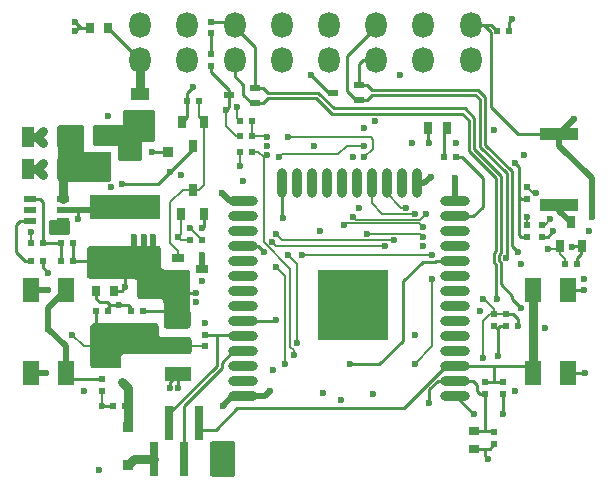
<source format=gbr>
G04 #@! TF.GenerationSoftware,KiCad,Pcbnew,(5.0.0)*
G04 #@! TF.CreationDate,2019-08-11T19:05:01-03:00*
G04 #@! TF.ProjectId,PF_apiner,50465F6170696E65722E6B696361645F,rev?*
G04 #@! TF.SameCoordinates,Original*
G04 #@! TF.FileFunction,Copper,L1,Top,Signal*
G04 #@! TF.FilePolarity,Positive*
%FSLAX46Y46*%
G04 Gerber Fmt 4.6, Leading zero omitted, Abs format (unit mm)*
G04 Created by KiCad (PCBNEW (5.0.0)) date 08/11/19 19:05:01*
%MOMM*%
%LPD*%
G01*
G04 APERTURE LIST*
G04 #@! TA.AperFunction,SMDPad,CuDef*
%ADD10R,1.520000X1.000000*%
G04 #@! TD*
G04 #@! TA.AperFunction,SMDPad,CuDef*
%ADD11R,0.650000X3.000000*%
G04 #@! TD*
G04 #@! TA.AperFunction,Conductor*
%ADD12R,0.800000X1.000000*%
G04 #@! TD*
G04 #@! TA.AperFunction,Conductor*
%ADD13R,0.500000X0.500000*%
G04 #@! TD*
G04 #@! TA.AperFunction,SMDPad,CuDef*
%ADD14R,0.800000X0.900000*%
G04 #@! TD*
G04 #@! TA.AperFunction,SMDPad,CuDef*
%ADD15R,0.500000X0.500000*%
G04 #@! TD*
G04 #@! TA.AperFunction,SMDPad,CuDef*
%ADD16R,1.000000X1.800000*%
G04 #@! TD*
G04 #@! TA.AperFunction,SMDPad,CuDef*
%ADD17R,0.900000X0.800000*%
G04 #@! TD*
G04 #@! TA.AperFunction,SMDPad,CuDef*
%ADD18R,0.900000X0.950000*%
G04 #@! TD*
G04 #@! TA.AperFunction,SMDPad,CuDef*
%ADD19R,1.500000X1.050000*%
G04 #@! TD*
G04 #@! TA.AperFunction,SMDPad,CuDef*
%ADD20R,1.500000X2.400000*%
G04 #@! TD*
G04 #@! TA.AperFunction,SMDPad,CuDef*
%ADD21R,0.950000X0.900000*%
G04 #@! TD*
G04 #@! TA.AperFunction,ComponentPad*
%ADD22O,1.800000X2.200000*%
G04 #@! TD*
G04 #@! TA.AperFunction,SMDPad,CuDef*
%ADD23R,6.000000X2.000000*%
G04 #@! TD*
G04 #@! TA.AperFunction,SMDPad,CuDef*
%ADD24R,0.800000X1.000000*%
G04 #@! TD*
G04 #@! TA.AperFunction,SMDPad,CuDef*
%ADD25R,1.000000X0.800000*%
G04 #@! TD*
G04 #@! TA.AperFunction,Conductor*
%ADD26R,3.200000X1.000000*%
G04 #@! TD*
G04 #@! TA.AperFunction,SMDPad,CuDef*
%ADD27R,1.400000X2.000000*%
G04 #@! TD*
G04 #@! TA.AperFunction,SMDPad,CuDef*
%ADD28R,1.100000X0.600000*%
G04 #@! TD*
G04 #@! TA.AperFunction,SMDPad,CuDef*
%ADD29R,2.200000X3.500000*%
G04 #@! TD*
G04 #@! TA.AperFunction,SMDPad,CuDef*
%ADD30R,2.200000X1.200000*%
G04 #@! TD*
G04 #@! TA.AperFunction,Conductor*
%ADD31R,0.950000X0.500000*%
G04 #@! TD*
G04 #@! TA.AperFunction,SMDPad,CuDef*
%ADD32O,2.500000X0.900000*%
G04 #@! TD*
G04 #@! TA.AperFunction,SMDPad,CuDef*
%ADD33O,0.900000X2.500000*%
G04 #@! TD*
G04 #@! TA.AperFunction,SMDPad,CuDef*
%ADD34R,6.000000X6.000000*%
G04 #@! TD*
G04 #@! TA.AperFunction,ViaPad*
%ADD35C,0.600000*%
G04 #@! TD*
G04 #@! TA.AperFunction,Conductor*
%ADD36C,0.760000*%
G04 #@! TD*
G04 #@! TA.AperFunction,Conductor*
%ADD37C,0.250000*%
G04 #@! TD*
G04 #@! TA.AperFunction,Conductor*
%ADD38C,0.500000*%
G04 #@! TD*
G04 #@! TA.AperFunction,Conductor*
%ADD39C,0.150000*%
G04 #@! TD*
G04 #@! TA.AperFunction,Conductor*
%ADD40C,0.254000*%
G04 #@! TD*
G04 APERTURE END LIST*
D10*
G04 #@! TO.P,F1,2*
G04 #@! TO.N,DLC_RAW*
X91000000Y-46590000D03*
G04 #@! TO.P,F1,1*
G04 #@! TO.N,VIN*
X91010000Y-44410000D03*
G04 #@! TD*
D11*
G04 #@! TO.P,J2,5*
G04 #@! TO.N,GND*
X97290000Y-75250000D03*
G04 #@! TO.P,J2,4*
G04 #@! TO.N,/MicroM4/RESET*
X96020000Y-72250000D03*
G04 #@! TO.P,J2,3*
G04 #@! TO.N,/MicroM4/UART0_TX*
X94750000Y-75250000D03*
G04 #@! TO.P,J2,2*
G04 #@! TO.N,/MicroM4/UART0_RX*
X93480000Y-72250000D03*
G04 #@! TO.P,J2,1*
G04 #@! TO.N,+5V_USB*
X92210000Y-75250000D03*
G04 #@! TD*
D12*
G04 #@! TO.N,/CAN_Transceiver/SW_CAN_LOAD*
G04 #@! TO.C,Q6*
X126550000Y-57250000D03*
G04 #@! TO.N,Net-(Q6-Pad3)*
X127500000Y-55250000D03*
G04 #@! TO.N,GND*
X128450000Y-57250000D03*
G04 #@! TD*
D13*
G04 #@! TO.N,GND*
G04 #@! TO.C,C16*
X122000000Y-64000000D03*
G04 #@! TO.N,+5V_SW*
X122000000Y-63000000D03*
G04 #@! TD*
D14*
G04 #@! TO.P,C1,1*
G04 #@! TO.N,VIN*
X88250000Y-38750000D03*
G04 #@! TO.P,C1,2*
G04 #@! TO.N,GND*
X86750000Y-38750000D03*
G04 #@! TD*
D15*
G04 #@! TO.P,C2,1*
G04 #@! TO.N,+5V*
X91250000Y-62750000D03*
G04 #@! TO.P,C2,2*
G04 #@! TO.N,GND*
X90250000Y-62750000D03*
G04 #@! TD*
G04 #@! TO.P,C3,1*
G04 #@! TO.N,Net-(C3-Pad1)*
X82750000Y-58500000D03*
G04 #@! TO.P,C3,2*
G04 #@! TO.N,Net-(C3-Pad2)*
X81750000Y-58500000D03*
G04 #@! TD*
G04 #@! TO.P,C5,1*
G04 #@! TO.N,+3.3V*
X87250000Y-62750000D03*
G04 #@! TO.P,C5,2*
G04 #@! TO.N,GND*
X88250000Y-62750000D03*
G04 #@! TD*
D16*
G04 #@! TO.P,C6,1*
G04 #@! TO.N,DLC*
X84500000Y-50750000D03*
G04 #@! TO.P,C6,2*
G04 #@! TO.N,GND*
X81500000Y-50750000D03*
G04 #@! TD*
G04 #@! TO.P,C7,1*
G04 #@! TO.N,DLC*
X84500000Y-48000000D03*
G04 #@! TO.P,C7,2*
G04 #@! TO.N,GND*
X81500000Y-48000000D03*
G04 #@! TD*
D15*
G04 #@! TO.P,C8,1*
G04 #@! TO.N,+5V*
X85350000Y-57000000D03*
G04 #@! TO.P,C8,2*
G04 #@! TO.N,Net-(C8-Pad2)*
X84350000Y-57000000D03*
G04 #@! TD*
D14*
G04 #@! TO.P,C11,1*
G04 #@! TO.N,+5V*
X88798980Y-61024212D03*
G04 #@! TO.P,C11,2*
G04 #@! TO.N,GND*
X87298980Y-61024212D03*
G04 #@! TD*
D13*
G04 #@! TO.N,GND*
G04 #@! TO.C,C17*
X121000000Y-64000000D03*
G04 #@! TO.N,+5V_SW*
X121000000Y-63000000D03*
G04 #@! TD*
G04 #@! TO.N,Net-(C19-Pad1)*
G04 #@! TO.C,C19*
X97000000Y-41000000D03*
G04 #@! TO.N,GND*
X97000000Y-42000000D03*
G04 #@! TD*
G04 #@! TO.N,/SW_CAN*
G04 #@! TO.C,C21*
X121250000Y-39000000D03*
G04 #@! TO.N,GND*
X122250000Y-39000000D03*
G04 #@! TD*
D15*
G04 #@! TO.P,C35,1*
G04 #@! TO.N,+5V*
X89750000Y-70750000D03*
G04 #@! TO.P,C35,2*
G04 #@! TO.N,GND*
X88750000Y-70750000D03*
G04 #@! TD*
D17*
G04 #@! TO.P,C36,1*
G04 #@! TO.N,+3.3V*
X119300000Y-72900000D03*
G04 #@! TO.P,C36,2*
G04 #@! TO.N,Net-(C36-Pad2)*
X119300000Y-74400000D03*
G04 #@! TD*
D15*
G04 #@! TO.P,C37,1*
G04 #@! TO.N,+3.3V*
X121000000Y-73000000D03*
G04 #@! TO.P,C37,2*
G04 #@! TO.N,Net-(C36-Pad2)*
X121000000Y-74000000D03*
G04 #@! TD*
G04 #@! TO.P,C38,1*
G04 #@! TO.N,/MicroM4/RESET*
X121750000Y-68750000D03*
G04 #@! TO.P,C38,2*
G04 #@! TO.N,GND*
X121750000Y-69750000D03*
G04 #@! TD*
D18*
G04 #@! TO.P,D1,1*
G04 #@! TO.N,GND*
X93400000Y-49250000D03*
G04 #@! TO.P,D1,2*
G04 #@! TO.N,DLC_RAW*
X90250000Y-49250000D03*
G04 #@! TD*
D19*
G04 #@! TO.P,D2,1*
G04 #@! TO.N,DLC_RAW*
X87750000Y-48125000D03*
D20*
G04 #@! TO.P,D2,2*
G04 #@! TO.N,DLC*
X87750000Y-50500000D03*
G04 #@! TD*
D21*
G04 #@! TO.P,D12,1*
G04 #@! TO.N,+5V_USB*
X90000000Y-75750000D03*
G04 #@! TO.P,D12,2*
G04 #@! TO.N,+5V*
X90000000Y-72600000D03*
G04 #@! TD*
D22*
G04 #@! TO.P,J1,15*
G04 #@! TO.N,/L-LINE*
X95000000Y-41500000D03*
G04 #@! TO.P,J1,14*
G04 #@! TO.N,/HS_CAN_N*
X99000000Y-41500000D03*
G04 #@! TO.P,J1,13*
G04 #@! TO.N,Net-(J1-Pad13)*
X103000000Y-41500000D03*
G04 #@! TO.P,J1,12*
G04 #@! TO.N,Net-(J1-Pad12)*
X107000000Y-41500000D03*
G04 #@! TO.P,J1,11*
G04 #@! TO.N,/MS_CAN_N*
X111000000Y-41500000D03*
G04 #@! TO.P,J1,10*
G04 #@! TO.N,/J1850_BUS-*
X115000000Y-41500000D03*
G04 #@! TO.P,J1,2*
G04 #@! TO.N,/J1850_BUS+*
X115000000Y-38500000D03*
G04 #@! TO.P,J1,3*
G04 #@! TO.N,/MS_CAN_P*
X111000000Y-38500000D03*
G04 #@! TO.P,J1,4*
G04 #@! TO.N,GND*
X107000000Y-38500000D03*
G04 #@! TO.P,J1,5*
X103000000Y-38500000D03*
G04 #@! TO.P,J1,6*
G04 #@! TO.N,/HS_CAN_P*
X99000000Y-38500000D03*
G04 #@! TO.P,J1,7*
G04 #@! TO.N,/K-LINE*
X95000000Y-38500000D03*
G04 #@! TO.P,J1,9*
G04 #@! TO.N,Net-(J1-Pad9)*
X119000000Y-41500000D03*
G04 #@! TO.P,J1,1*
G04 #@! TO.N,/SW_CAN*
X119000000Y-38500000D03*
G04 #@! TO.P,J1,8*
G04 #@! TO.N,Net-(J1-Pad8)*
X91000000Y-38500000D03*
G04 #@! TO.P,J1,16*
G04 #@! TO.N,VIN*
X91000000Y-41500000D03*
G04 #@! TD*
D23*
G04 #@! TO.P,L1,1*
G04 #@! TO.N,Net-(C3-Pad1)*
X89750000Y-53950000D03*
G04 #@! TO.P,L1,2*
G04 #@! TO.N,+5V*
X89750000Y-58250000D03*
G04 #@! TD*
D24*
G04 #@! TO.P,Q1,1*
G04 #@! TO.N,/MicroM4/PWR_SAVE*
X94500000Y-54500000D03*
G04 #@! TO.P,Q1,3*
G04 #@! TO.N,Net-(Q1-Pad3)*
X95450000Y-52500000D03*
G04 #@! TO.P,Q1,2*
G04 #@! TO.N,GND*
X96400000Y-54500000D03*
G04 #@! TD*
G04 #@! TO.P,Q2,1*
G04 #@! TO.N,Net-(Q1-Pad3)*
X96450000Y-46750000D03*
G04 #@! TO.P,Q2,3*
G04 #@! TO.N,DLC_SW*
X95500000Y-48750000D03*
G04 #@! TO.P,Q2,2*
G04 #@! TO.N,DLC*
X94550000Y-46750000D03*
G04 #@! TD*
D25*
G04 #@! TO.P,Q3,1*
G04 #@! TO.N,Net-(Q1-Pad3)*
X94250000Y-58250000D03*
G04 #@! TO.P,Q3,3*
G04 #@! TO.N,+5V_SW*
X96250000Y-59200000D03*
G04 #@! TO.P,Q3,2*
G04 #@! TO.N,+5V*
X94250000Y-60150000D03*
G04 #@! TD*
D15*
G04 #@! TO.P,R1,1*
G04 #@! TO.N,+5V*
X85350000Y-58500000D03*
G04 #@! TO.P,R1,2*
G04 #@! TO.N,Net-(C8-Pad2)*
X84350000Y-58500000D03*
G04 #@! TD*
G04 #@! TO.P,R2,1*
G04 #@! TO.N,Net-(C8-Pad2)*
X82750000Y-57000000D03*
G04 #@! TO.P,R2,2*
G04 #@! TO.N,GND*
X81750000Y-57000000D03*
G04 #@! TD*
G04 #@! TO.P,R3,1*
G04 #@! TO.N,+3.3V*
X96250000Y-56750000D03*
G04 #@! TO.P,R3,2*
G04 #@! TO.N,/MicroM4/PWR_SAVE*
X95250000Y-56750000D03*
G04 #@! TD*
G04 #@! TO.P,R4,1*
G04 #@! TO.N,DLC*
X95000000Y-45000000D03*
G04 #@! TO.P,R4,2*
G04 #@! TO.N,Net-(Q1-Pad3)*
X96000000Y-45000000D03*
G04 #@! TD*
D13*
G04 #@! TO.N,Net-(C19-Pad1)*
G04 #@! TO.C,R17*
X97000000Y-39250000D03*
G04 #@! TO.N,/HS_CAN_P*
X97000000Y-38250000D03*
G04 #@! TD*
G04 #@! TO.N,GND*
G04 #@! TO.C,R18*
X128000000Y-58750000D03*
G04 #@! TO.N,/CAN_Transceiver/SW_CAN_LOAD*
X127000000Y-58750000D03*
G04 #@! TD*
D26*
G04 #@! TO.N,/SW_CAN*
G04 #@! TO.C,R20*
X126500000Y-47750000D03*
G04 #@! TO.N,Net-(Q6-Pad3)*
X126500000Y-53750000D03*
G04 #@! TD*
D13*
G04 #@! TO.N,Net-(R34-Pad1)*
G04 #@! TO.C,R34*
X100500000Y-46652714D03*
G04 #@! TO.N,+5V_SW*
X99500000Y-46652714D03*
G04 #@! TD*
G04 #@! TO.N,GND*
G04 #@! TO.C,R35*
X99500000Y-47902714D03*
G04 #@! TO.N,Net-(R34-Pad1)*
X100500000Y-47902714D03*
G04 #@! TD*
G04 #@! TO.N,/J1850_Transceiver/VPW_RX*
G04 #@! TO.C,R39*
X100500000Y-49250000D03*
G04 #@! TO.N,+3.3V*
X99500000Y-49250000D03*
G04 #@! TD*
G04 #@! TO.N,/CAN_Transceiver/SW_CAN_MODE0*
G04 #@! TO.C,R49*
X123750000Y-55500000D03*
G04 #@! TO.N,+5V_SW*
X123750000Y-56500000D03*
G04 #@! TD*
G04 #@! TO.N,/CAN_Transceiver/SW_CAN_MODE1*
G04 #@! TO.C,R50*
X123750000Y-52250000D03*
G04 #@! TO.N,+5V_SW*
X123750000Y-53250000D03*
G04 #@! TD*
G04 #@! TO.N,/CAN_Transceiver/SW_CAN_TX*
G04 #@! TO.C,R51*
X125000000Y-55500000D03*
G04 #@! TO.N,+5V*
X125000000Y-56500000D03*
G04 #@! TD*
D15*
G04 #@! TO.P,R52,1*
G04 #@! TO.N,/MicroM4/RESET*
X120250000Y-68750000D03*
G04 #@! TO.P,R52,2*
G04 #@! TO.N,+3.3V*
X120250000Y-69750000D03*
G04 #@! TD*
G04 #@! TO.P,R53,1*
G04 #@! TO.N,+3.3V*
X96500000Y-65750000D03*
G04 #@! TO.P,R53,2*
G04 #@! TO.N,/MicroM4/UART0_RX*
X96500000Y-64750000D03*
G04 #@! TD*
D27*
G04 #@! TO.P,SW1,1*
G04 #@! TO.N,/MicroM4/RESET*
X124250000Y-68000000D03*
G04 #@! TO.P,SW1,3*
G04 #@! TO.N,GND*
X127250000Y-68000000D03*
G04 #@! TO.P,SW1,2*
G04 #@! TO.N,/MicroM4/RESET*
X124250000Y-61000000D03*
G04 #@! TO.P,SW1,4*
G04 #@! TO.N,GND*
X127250000Y-61000000D03*
G04 #@! TD*
G04 #@! TO.P,SW2,1*
G04 #@! TO.N,/MicroM4/BOOT*
X84750000Y-61000000D03*
G04 #@! TO.P,SW2,3*
G04 #@! TO.N,GND*
X81750000Y-61000000D03*
G04 #@! TO.P,SW2,2*
G04 #@! TO.N,/MicroM4/BOOT*
X84750000Y-68000000D03*
G04 #@! TO.P,SW2,4*
G04 #@! TO.N,GND*
X81750000Y-68000000D03*
G04 #@! TD*
D28*
G04 #@! TO.P,U1,1*
G04 #@! TO.N,GND*
X84500000Y-55150000D03*
G04 #@! TO.P,U1,3*
G04 #@! TO.N,DLC*
X84500000Y-53250000D03*
G04 #@! TO.P,U1,2*
G04 #@! TO.N,Net-(C3-Pad1)*
X84500000Y-54200000D03*
G04 #@! TO.P,U1,4*
G04 #@! TO.N,Net-(C8-Pad2)*
X81700000Y-53250000D03*
G04 #@! TO.P,U1,6*
G04 #@! TO.N,Net-(C3-Pad2)*
X81700000Y-55150000D03*
G04 #@! TO.P,U1,5*
G04 #@! TO.N,Net-(U1-Pad5)*
X81700000Y-54200000D03*
G04 #@! TD*
D29*
G04 #@! TO.P,U2,2*
G04 #@! TO.N,+3.3V*
X88000000Y-65750000D03*
D30*
G04 #@! TO.P,U2,1*
G04 #@! TO.N,GND*
X94200000Y-68050000D03*
G04 #@! TO.P,U2,2*
G04 #@! TO.N,+3.3V*
X94200000Y-65750000D03*
G04 #@! TO.P,U2,3*
G04 #@! TO.N,+5V*
X94200000Y-63450000D03*
G04 #@! TD*
D31*
G04 #@! TO.N,GND*
G04 #@! TO.C,U6*
X98500000Y-44500000D03*
G04 #@! TO.N,/HS_CAN_N*
X100700000Y-45150000D03*
G04 #@! TO.N,/HS_CAN_P*
X100700000Y-43850000D03*
G04 #@! TD*
G04 #@! TO.N,GND*
G04 #@! TO.C,U8*
X107300000Y-44250000D03*
G04 #@! TO.N,/MS_CAN_P*
X109500000Y-44900000D03*
G04 #@! TO.N,/MS_CAN_N*
X109500000Y-43600000D03*
G04 #@! TD*
D32*
G04 #@! TO.P,U14,38*
G04 #@! TO.N,GND*
X99700000Y-69950000D03*
G04 #@! TO.P,U14,37*
G04 #@! TO.N,Net-(U14-Pad37)*
X99700000Y-68680000D03*
G04 #@! TO.P,U14,36*
G04 #@! TO.N,Net-(U14-Pad36)*
X99700000Y-67410000D03*
G04 #@! TO.P,U14,35*
G04 #@! TO.N,/MicroM4/UART0_TX*
X99700000Y-66140000D03*
G04 #@! TO.P,U14,34*
G04 #@! TO.N,/MicroM4/UART0_RX*
X99700000Y-64870000D03*
G04 #@! TO.P,U14,33*
G04 #@! TO.N,/MicroM4/STN_SLEEP*
X99700000Y-63600000D03*
G04 #@! TO.P,U14,32*
G04 #@! TO.N,Net-(U14-Pad32)*
X99700000Y-62330000D03*
G04 #@! TO.P,U14,31*
G04 #@! TO.N,Net-(U14-Pad31)*
X99700000Y-61060000D03*
G04 #@! TO.P,U14,30*
G04 #@! TO.N,Net-(U14-Pad30)*
X99700000Y-59790000D03*
G04 #@! TO.P,U14,29*
G04 #@! TO.N,Net-(U14-Pad29)*
X99700000Y-58520000D03*
G04 #@! TO.P,U14,28*
G04 #@! TO.N,/MicroM4/PWR_SAVE*
X99700000Y-57250000D03*
G04 #@! TO.P,U14,27*
G04 #@! TO.N,Net-(U14-Pad27)*
X99700000Y-55980000D03*
G04 #@! TO.P,U14,26*
G04 #@! TO.N,Net-(U14-Pad26)*
X99700000Y-54710000D03*
G04 #@! TO.P,U14,25*
G04 #@! TO.N,/MicroM4/BOOT*
X99700000Y-53440000D03*
D33*
G04 #@! TO.P,U14,24*
G04 #@! TO.N,GND*
X102985000Y-51950000D03*
G04 #@! TO.P,U14,23*
G04 #@! TO.N,Net-(U14-Pad23)*
X104255000Y-51950000D03*
G04 #@! TO.P,U14,22*
G04 #@! TO.N,Net-(U14-Pad22)*
X105525000Y-51950000D03*
G04 #@! TO.P,U14,21*
G04 #@! TO.N,Net-(U14-Pad21)*
X106795000Y-51950000D03*
G04 #@! TO.P,U14,20*
G04 #@! TO.N,Net-(U14-Pad20)*
X108065000Y-51950000D03*
G04 #@! TO.P,U14,19*
G04 #@! TO.N,Net-(U14-Pad19)*
X109335000Y-51950000D03*
G04 #@! TO.P,U14,18*
G04 #@! TO.N,/MicroM4/UART1_TX*
X110605000Y-51950000D03*
G04 #@! TO.P,U14,17*
G04 #@! TO.N,/MicroM4/UART1_RX*
X111875000Y-51950000D03*
G04 #@! TO.P,U14,16*
G04 #@! TO.N,Net-(U14-Pad16)*
X113145000Y-51950000D03*
G04 #@! TO.P,U14,15*
G04 #@! TO.N,GND*
X114415000Y-51950000D03*
D32*
G04 #@! TO.P,U14,14*
X117700000Y-53440000D03*
G04 #@! TO.P,U14,13*
G04 #@! TO.N,/MicroM4/Led_Status*
X117700000Y-54710000D03*
G04 #@! TO.P,U14,12*
G04 #@! TO.N,Net-(U14-Pad12)*
X117700000Y-55980000D03*
G04 #@! TO.P,U14,11*
G04 #@! TO.N,Net-(U14-Pad11)*
X117700000Y-57250000D03*
G04 #@! TO.P,U14,10*
G04 #@! TO.N,/MicroM4/STN_RESET*
X117700000Y-58520000D03*
G04 #@! TO.P,U14,9*
G04 #@! TO.N,Net-(U14-Pad9)*
X117700000Y-59790000D03*
G04 #@! TO.P,U14,8*
G04 #@! TO.N,Net-(U14-Pad8)*
X117700000Y-61060000D03*
G04 #@! TO.P,U14,7*
G04 #@! TO.N,Net-(U14-Pad7)*
X117700000Y-62330000D03*
G04 #@! TO.P,U14,6*
G04 #@! TO.N,Net-(U14-Pad6)*
X117700000Y-63600000D03*
G04 #@! TO.P,U14,5*
G04 #@! TO.N,Net-(U14-Pad5)*
X117700000Y-64870000D03*
G04 #@! TO.P,U14,4*
G04 #@! TO.N,Net-(U14-Pad4)*
X117700000Y-66140000D03*
G04 #@! TO.P,U14,3*
G04 #@! TO.N,/MicroM4/RESET*
X117700000Y-67410000D03*
G04 #@! TO.P,U14,2*
G04 #@! TO.N,+3.3V*
X117700000Y-68680000D03*
G04 #@! TO.P,U14,1*
G04 #@! TO.N,GND*
X117700000Y-69950000D03*
D34*
G04 #@! TO.P,U14,39*
X109000000Y-62250000D03*
G04 #@! TD*
D15*
G04 #@! TO.P,C34,1*
G04 #@! TO.N,/MicroM4/BOOT*
X87750000Y-68500000D03*
G04 #@! TO.P,C34,2*
G04 #@! TO.N,GND*
X87750000Y-69500000D03*
G04 #@! TD*
D24*
G04 #@! TO.P,DS1,1*
G04 #@! TO.N,Net-(DS1-Pad1)*
X117000000Y-47250000D03*
G04 #@! TO.P,DS1,2*
G04 #@! TO.N,GND*
X115350000Y-47250000D03*
G04 #@! TD*
D15*
G04 #@! TO.P,R55,1*
G04 #@! TO.N,Net-(DS1-Pad1)*
X116750000Y-49750000D03*
G04 #@! TO.P,R55,2*
G04 #@! TO.N,/MicroM4/Led_Status*
X117750000Y-49750000D03*
G04 #@! TD*
D35*
G04 #@! TO.N,GND*
X129000000Y-56000000D03*
X110750000Y-69800000D03*
X106500000Y-69666413D03*
X119750000Y-62750000D03*
X96282074Y-60242599D03*
X94250000Y-69250000D03*
X93500000Y-69250000D03*
X110931510Y-46671460D03*
X105500000Y-42750000D03*
X99750000Y-51750000D03*
X103121232Y-54871232D03*
X85500000Y-38250000D03*
X85500000Y-39000000D03*
X113000000Y-42750000D03*
X122500000Y-38000000D03*
X123250000Y-58750000D03*
X119250000Y-71500000D03*
X121750000Y-71500000D03*
X117700000Y-51500000D03*
X115600000Y-51400000D03*
X121300000Y-66600000D03*
X125300000Y-64200000D03*
X128700000Y-68000000D03*
X128600000Y-61000000D03*
X127600000Y-57300000D03*
X128600000Y-60000000D03*
X121000000Y-47400000D03*
X115500000Y-48500000D03*
X81800000Y-56100000D03*
X83750000Y-56000000D03*
X84500000Y-56000000D03*
X94500000Y-51250000D03*
X98250000Y-45750000D03*
X92000000Y-49250000D03*
X88575000Y-52250000D03*
X96250000Y-55750000D03*
X89250000Y-62250000D03*
X83250000Y-61000000D03*
X83000000Y-68000000D03*
X87750000Y-70750000D03*
X87500000Y-76250000D03*
X102000000Y-69500000D03*
X98000000Y-70750000D03*
X98500000Y-74250000D03*
X98500000Y-75250000D03*
X98500000Y-76250000D03*
X109750000Y-59750000D03*
X111400000Y-59750000D03*
X111400000Y-61400000D03*
X109750000Y-61400000D03*
X108100000Y-61400000D03*
X108100000Y-63050000D03*
X109750000Y-63050000D03*
X111400000Y-63050000D03*
X111400000Y-64700000D03*
X109750000Y-64700000D03*
X108100000Y-64700000D03*
X106450000Y-64700000D03*
X106450000Y-63050000D03*
X106450000Y-61400000D03*
X108100000Y-59750000D03*
X106450000Y-59750000D03*
X82750000Y-51250000D03*
X82750000Y-50250000D03*
X82750000Y-48500000D03*
X82750000Y-47500000D03*
G04 #@! TO.N,+5V*
X95750000Y-61250000D03*
X115000000Y-57250000D03*
X126000000Y-56000000D03*
X92100000Y-56500000D03*
X91300000Y-56500000D03*
X90500000Y-56500000D03*
X94300000Y-61200000D03*
X89500000Y-68750000D03*
X90000000Y-69500000D03*
X89750000Y-60723192D03*
G04 #@! TO.N,Net-(C3-Pad1)*
X85750000Y-55000000D03*
X83250000Y-59500000D03*
G04 #@! TO.N,DLC*
X123500000Y-49500000D03*
X117750000Y-48500000D03*
X114000000Y-48500000D03*
X88250000Y-46250000D03*
X95500000Y-43750000D03*
X85750000Y-51250000D03*
X85750000Y-50250000D03*
X85750000Y-48500000D03*
X85750000Y-47500000D03*
G04 #@! TO.N,+3.3V*
X96500000Y-63750000D03*
X114250000Y-64750000D03*
X109500000Y-54000000D03*
X122750000Y-69500000D03*
X99500000Y-50500000D03*
X85250000Y-64750000D03*
X95250000Y-55750000D03*
X109000000Y-49750000D03*
X102250000Y-67750000D03*
X115500000Y-70500000D03*
X90250000Y-64750000D03*
X90500000Y-65500000D03*
X89750000Y-65500000D03*
G04 #@! TO.N,DLC_SW*
X93500000Y-51000000D03*
X101750000Y-48750000D03*
X89500000Y-52000000D03*
X105750000Y-48750000D03*
G04 #@! TO.N,+5V_SW*
X120000000Y-61750000D03*
X123000000Y-64050000D03*
X120000000Y-66710000D03*
X110000000Y-47250000D03*
X122750000Y-50250000D03*
X99250000Y-45500000D03*
X96250000Y-58000000D03*
G04 #@! TO.N,DLC_RAW*
X89207697Y-48126910D03*
X86250000Y-69500000D03*
X108000000Y-70250000D03*
G04 #@! TO.N,/MicroM4/PWR_SAVE*
X101500000Y-57750000D03*
X94250000Y-56500000D03*
G04 #@! TO.N,/CAN_Transceiver/SW_CAN_LOAD*
X125500000Y-57500000D03*
X115750000Y-58000000D03*
X104750000Y-58000000D03*
G04 #@! TO.N,/ISO_Transceiver/ISO_K_TX*
X102175044Y-56880579D03*
X111750000Y-57250000D03*
G04 #@! TO.N,/ISO_Transceiver/ISO_RX*
X102500000Y-59000000D03*
X103250000Y-67200000D03*
G04 #@! TO.N,/ISO_Transceiver/ISO_L_TX*
X102518606Y-56213895D03*
X112500000Y-56750000D03*
G04 #@! TO.N,Net-(R30-Pad2)*
X110000000Y-48750000D03*
X102750000Y-49750000D03*
G04 #@! TO.N,/J1850_Transceiver/PWM_RX*
X103500000Y-58000000D03*
X104250000Y-65500000D03*
G04 #@! TO.N,Net-(R34-Pad1)*
X101750000Y-48000000D03*
G04 #@! TO.N,Net-(R37-Pad2)*
X110000000Y-49750000D03*
X103500000Y-48000000D03*
G04 #@! TO.N,/J1850_Transceiver/VPW_RX*
X101750000Y-49500000D03*
X104000000Y-66475000D03*
G04 #@! TO.N,/MicroM4/UART1_RX*
X113500000Y-54000000D03*
G04 #@! TO.N,/CAN_Transceiver/MS_CAN_RX*
X114250000Y-67250000D03*
X115750000Y-60000000D03*
G04 #@! TO.N,/CAN_Transceiver/SW_CAN_MODE0*
X108250000Y-55500000D03*
X123750000Y-54750000D03*
X114969668Y-55675000D03*
G04 #@! TO.N,/CAN_Transceiver/SW_CAN_MODE1*
X124500000Y-52750000D03*
X115250000Y-54500000D03*
X109000000Y-54750000D03*
G04 #@! TO.N,/CAN_Transceiver/SW_CAN_TX*
X125750000Y-55000000D03*
X115000000Y-56500000D03*
X110250000Y-56200000D03*
G04 #@! TO.N,/MicroM4/STN_SLEEP*
X102500000Y-63500000D03*
G04 #@! TO.N,/MicroM4/STN_RESET*
X108750000Y-67250000D03*
G04 #@! TO.N,/MicroM4/UART1_TX*
X114250000Y-54500000D03*
G04 #@! TO.N,/SW_CAN*
X129250000Y-54750000D03*
X127750000Y-46500000D03*
G04 #@! TO.N,/J1850_BUS+*
X95750000Y-62000000D03*
X106250000Y-56000000D03*
G04 #@! TO.N,/HS_CAN_N*
X121250000Y-61750000D03*
G04 #@! TO.N,/MS_CAN_N*
X123000000Y-57750000D03*
G04 #@! TO.N,/MS_CAN_P*
X122000000Y-58250000D03*
G04 #@! TO.N,/HS_CAN_P*
X123250000Y-62500000D03*
G04 #@! TO.N,/MicroM4/BOOT*
X97950002Y-52750000D03*
X83250000Y-64250000D03*
G04 #@! TO.N,Net-(C36-Pad2)*
X120500000Y-75250000D03*
G04 #@! TD*
D36*
G04 #@! TO.N,VIN*
X91000000Y-41500000D02*
X91000000Y-44000000D01*
D37*
X88250000Y-38750000D02*
X91000000Y-41500000D01*
G04 #@! TO.N,GND*
X93500000Y-69250000D02*
X93500000Y-68750000D01*
X93500000Y-68750000D02*
X94200000Y-68050000D01*
X94200000Y-68050000D02*
X94200000Y-69200000D01*
X94200000Y-69200000D02*
X94250000Y-69250000D01*
X107300000Y-44250000D02*
X107000000Y-44250000D01*
X107000000Y-44250000D02*
X105500000Y-42750000D01*
X102985000Y-51950000D02*
X102985000Y-54735000D01*
X102985000Y-54735000D02*
X103121232Y-54871232D01*
X86750000Y-38750000D02*
X86000000Y-38750000D01*
X86000000Y-38750000D02*
X85500000Y-38250000D01*
X86750000Y-38750000D02*
X85750000Y-38750000D01*
X85750000Y-38750000D02*
X85500000Y-39000000D01*
X97000000Y-42000000D02*
X97000000Y-42500000D01*
X97000000Y-42500000D02*
X98500000Y-44000000D01*
X98500000Y-44000000D02*
X98500000Y-44500000D01*
X122250000Y-39000000D02*
X122250000Y-38250000D01*
X122250000Y-38250000D02*
X122500000Y-38000000D01*
X121750000Y-69750000D02*
X121750000Y-71500000D01*
D38*
X117700000Y-53440000D02*
X117700000Y-51500000D01*
X114415000Y-51950000D02*
X115050000Y-51950000D01*
X115050000Y-51950000D02*
X115600000Y-51400000D01*
D37*
X128350000Y-57900000D02*
X128350000Y-57350000D01*
X128350000Y-57350000D02*
X128450000Y-57250000D01*
X128000000Y-58750000D02*
X128000000Y-58250000D01*
X128000000Y-58250000D02*
X128350000Y-57900000D01*
X121300000Y-64300000D02*
X121300000Y-64200000D01*
X121300000Y-64200000D02*
X121500000Y-64000000D01*
X121500000Y-64000000D02*
X122000000Y-64000000D01*
X121300000Y-66600000D02*
X121300000Y-64300000D01*
X121300000Y-64300000D02*
X121000000Y-64000000D01*
X127250000Y-68000000D02*
X128700000Y-68000000D01*
X127250000Y-61000000D02*
X128600000Y-61000000D01*
X128450000Y-57250000D02*
X127650000Y-57250000D01*
X127650000Y-57250000D02*
X127600000Y-57300000D01*
D39*
X81750000Y-57000000D02*
X81750000Y-56150000D01*
X81750000Y-56150000D02*
X81800000Y-56100000D01*
D37*
X84500000Y-55150000D02*
X84500000Y-55250000D01*
X84500000Y-55250000D02*
X83750000Y-56000000D01*
X84500000Y-55150000D02*
X84500000Y-56000000D01*
D39*
X99500000Y-47902714D02*
X99100000Y-47902714D01*
X99100000Y-47902714D02*
X98250000Y-47052714D01*
X98250000Y-47052714D02*
X98250000Y-46174264D01*
X98250000Y-46174264D02*
X98250000Y-45750000D01*
D37*
X98500000Y-44500000D02*
X98500000Y-45500000D01*
X98500000Y-45500000D02*
X98250000Y-45750000D01*
X93400000Y-49250000D02*
X92000000Y-49250000D01*
X96400000Y-54500000D02*
X96400000Y-55600000D01*
X96400000Y-55600000D02*
X96250000Y-55750000D01*
X90000000Y-62250000D02*
X90250000Y-62500000D01*
X90250000Y-62500000D02*
X90250000Y-62750000D01*
X89250000Y-62250000D02*
X90000000Y-62250000D01*
X87298980Y-61024212D02*
X87298980Y-61724212D01*
X87298980Y-61724212D02*
X87574768Y-62000000D01*
X87574768Y-62000000D02*
X88224768Y-62000000D01*
X88500000Y-62250000D02*
X88474768Y-62250000D01*
X88474768Y-62250000D02*
X88224768Y-62000000D01*
X88250000Y-62500000D02*
X88500000Y-62250000D01*
X88500000Y-62250000D02*
X89250000Y-62250000D01*
X88250000Y-62750000D02*
X88250000Y-62500000D01*
D38*
X81750000Y-61000000D02*
X83250000Y-61000000D01*
X81750000Y-68000000D02*
X83000000Y-68000000D01*
D37*
X88750000Y-70750000D02*
X87750000Y-70750000D01*
D38*
X99700000Y-69950000D02*
X101550000Y-69950000D01*
X101550000Y-69950000D02*
X102000000Y-69500000D01*
X99700000Y-69950000D02*
X98800000Y-69950000D01*
X98800000Y-69950000D02*
X98000000Y-70750000D01*
D37*
X97500000Y-75250000D02*
X98500000Y-74250000D01*
X97290000Y-75250000D02*
X98500000Y-75250000D01*
X97290000Y-75250000D02*
X97500000Y-75250000D01*
X97500000Y-75250000D02*
X98500000Y-76250000D01*
D36*
X81500000Y-50750000D02*
X82250000Y-50750000D01*
X82250000Y-50750000D02*
X82750000Y-51250000D01*
X82250000Y-50750000D02*
X82750000Y-50250000D01*
X81500000Y-48000000D02*
X82250000Y-48000000D01*
X82250000Y-48000000D02*
X82750000Y-48500000D01*
X82250000Y-48000000D02*
X82750000Y-47500000D01*
D37*
X115350000Y-48350000D02*
X115500000Y-48500000D01*
X115350000Y-47250000D02*
X115350000Y-48350000D01*
D39*
X87750000Y-70750000D02*
X87750000Y-69500000D01*
D37*
X117700000Y-69950000D02*
X119250000Y-71500000D01*
G04 #@! TO.N,+5V*
X95750000Y-61250000D02*
X94350000Y-61250000D01*
X94350000Y-61250000D02*
X94300000Y-61200000D01*
X125000000Y-56500000D02*
X125500000Y-56500000D01*
X125500000Y-56500000D02*
X126000000Y-56000000D01*
D38*
X90500000Y-56500000D02*
X90500000Y-57500000D01*
X90500000Y-57500000D02*
X89750000Y-58250000D01*
X91300000Y-56500000D02*
X91300000Y-59700000D01*
X92100000Y-56500000D02*
X92100000Y-59900000D01*
D36*
X94250000Y-60150000D02*
X94250000Y-61150000D01*
X94250000Y-61150000D02*
X94300000Y-61200000D01*
D37*
X85350000Y-58500000D02*
X89500000Y-58500000D01*
X89500000Y-58500000D02*
X89750000Y-58250000D01*
D36*
X90000000Y-69500000D02*
X90000000Y-69250000D01*
X90000000Y-69250000D02*
X89500000Y-68750000D01*
X90000000Y-70000000D02*
X90000000Y-69500000D01*
X94400000Y-63250000D02*
X94200000Y-63450000D01*
X90000000Y-72600000D02*
X90000000Y-70000000D01*
D37*
X89750000Y-70750000D02*
X89750000Y-70250000D01*
X89750000Y-70250000D02*
X90000000Y-70000000D01*
X91250000Y-62750000D02*
X93500000Y-62750000D01*
X93500000Y-62750000D02*
X94200000Y-63450000D01*
X89750000Y-60723192D02*
X89448980Y-61024212D01*
X89750000Y-58250000D02*
X89750000Y-60723192D01*
X89448980Y-61024212D02*
X88798980Y-61024212D01*
X85350000Y-58500000D02*
X85350000Y-57000000D01*
D38*
G04 #@! TO.N,Net-(C3-Pad1)*
X84500000Y-54200000D02*
X85750000Y-54200000D01*
X85750000Y-54200000D02*
X89500000Y-54200000D01*
D37*
X85750000Y-55000000D02*
X85750000Y-54200000D01*
X82750000Y-58500000D02*
X82750000Y-59000000D01*
X82750000Y-59000000D02*
X83250000Y-59500000D01*
D38*
X89500000Y-54200000D02*
X89750000Y-53950000D01*
D37*
G04 #@! TO.N,Net-(C3-Pad2)*
X81750000Y-58500000D02*
X81250000Y-58500000D01*
X81250000Y-58500000D02*
X80500000Y-57750000D01*
X80500000Y-55500000D02*
X80850000Y-55150000D01*
X80500000Y-57750000D02*
X80500000Y-55500000D01*
X80850000Y-55150000D02*
X81700000Y-55150000D01*
G04 #@! TO.N,DLC*
X95000000Y-45000000D02*
X95000000Y-46300000D01*
X95000000Y-46300000D02*
X94550000Y-46750000D01*
X95000000Y-45000000D02*
X95000000Y-44250000D01*
X95000000Y-44250000D02*
X95500000Y-43750000D01*
D36*
X84500000Y-53250000D02*
X84500000Y-50750000D01*
X85750000Y-51250000D02*
X85250000Y-50750000D01*
X84500000Y-50750000D02*
X85250000Y-50750000D01*
X85250000Y-50750000D02*
X85750000Y-50250000D01*
X85750000Y-48500000D02*
X85250000Y-48000000D01*
X84500000Y-48000000D02*
X85250000Y-48000000D01*
X85250000Y-48000000D02*
X85750000Y-47500000D01*
D37*
X84750000Y-50500000D02*
X84500000Y-50750000D01*
G04 #@! TO.N,+3.3V*
X119500000Y-68980000D02*
X119500000Y-69500000D01*
X119500000Y-69500000D02*
X119750000Y-69750000D01*
X119750000Y-69750000D02*
X120250000Y-69750000D01*
X117700000Y-68680000D02*
X119200000Y-68680000D01*
X119200000Y-68680000D02*
X119500000Y-68980000D01*
X120250000Y-72900000D02*
X120900000Y-72900000D01*
X119300000Y-72900000D02*
X120250000Y-72900000D01*
X120250000Y-72900000D02*
X120250000Y-69750000D01*
X120900000Y-72900000D02*
X121000000Y-73000000D01*
D39*
X99500000Y-50500000D02*
X99500000Y-49250000D01*
X88000000Y-65750000D02*
X86250000Y-65750000D01*
X86250000Y-65750000D02*
X85250000Y-64750000D01*
X96250000Y-56750000D02*
X95250000Y-55750000D01*
D37*
X117700000Y-68680000D02*
X116200000Y-68680000D01*
X116200000Y-68680000D02*
X115500000Y-69380000D01*
X115500000Y-69380000D02*
X115500000Y-70075736D01*
X115500000Y-70075736D02*
X115500000Y-70500000D01*
X88000000Y-65750000D02*
X89350000Y-65750000D01*
X89350000Y-65750000D02*
X90250000Y-64850000D01*
X90250000Y-64850000D02*
X90250000Y-64750000D01*
X88000000Y-65750000D02*
X90250000Y-65750000D01*
X90250000Y-65750000D02*
X90500000Y-65500000D01*
X88000000Y-65750000D02*
X89500000Y-65750000D01*
X89500000Y-65750000D02*
X89750000Y-65500000D01*
D39*
X94200000Y-65750000D02*
X96500000Y-65750000D01*
D37*
X87250000Y-62750000D02*
X87250000Y-65000000D01*
X87250000Y-65000000D02*
X88000000Y-65750000D01*
G04 #@! TO.N,Net-(C8-Pad2)*
X82500000Y-53250000D02*
X82750000Y-53500000D01*
X82750000Y-53500000D02*
X82750000Y-57000000D01*
X83850000Y-57000000D02*
X82750000Y-57000000D01*
X84350000Y-57000000D02*
X84350000Y-58500000D01*
X81700000Y-53250000D02*
X82500000Y-53250000D01*
X83850000Y-57000000D02*
X84350000Y-57000000D01*
G04 #@! TO.N,DLC_SW*
X93500000Y-51000000D02*
X92500000Y-52000000D01*
X92500000Y-52000000D02*
X89500000Y-52000000D01*
X95500000Y-48750000D02*
X95500000Y-49000000D01*
X95500000Y-49000000D02*
X93799999Y-50700001D01*
X93799999Y-50700001D02*
X93500000Y-51000000D01*
D39*
G04 #@! TO.N,+5V_SW*
X121000000Y-63000000D02*
X121000000Y-62600000D01*
X121000000Y-62600000D02*
X120150000Y-61750000D01*
X120150000Y-61750000D02*
X120000000Y-61750000D01*
X120000000Y-66710000D02*
X120000000Y-63600000D01*
X120000000Y-63600000D02*
X120600000Y-63000000D01*
X120600000Y-63000000D02*
X121000000Y-63000000D01*
D37*
X122600000Y-63000000D02*
X122000000Y-63000000D01*
X123000000Y-63400000D02*
X122600000Y-63000000D01*
X123000000Y-64050000D02*
X123000000Y-63400000D01*
D39*
X122000000Y-63000000D02*
X121000000Y-63000000D01*
D37*
X123049999Y-53049999D02*
X123049999Y-56299999D01*
X123049999Y-56299999D02*
X123250000Y-56500000D01*
X123250000Y-56500000D02*
X123750000Y-56500000D01*
X123750000Y-53250000D02*
X123250000Y-53250000D01*
X123250000Y-53250000D02*
X123049999Y-53049999D01*
X123049999Y-53049999D02*
X123049999Y-50549999D01*
X123049999Y-50549999D02*
X122750000Y-50250000D01*
D39*
X99250000Y-45500000D02*
X99250000Y-46402714D01*
X99250000Y-46402714D02*
X99500000Y-46652714D01*
D38*
X96250000Y-59200000D02*
X96250000Y-58000000D01*
D37*
G04 #@! TO.N,Net-(C19-Pad1)*
X97000000Y-39250000D02*
X97000000Y-41000000D01*
G04 #@! TO.N,/MicroM4/RESET*
X117700000Y-67410000D02*
X121000000Y-67410000D01*
X121000000Y-67410000D02*
X123660000Y-67410000D01*
X121000000Y-68750000D02*
X121000000Y-67410000D01*
X123660000Y-67410000D02*
X124250000Y-68000000D01*
X121000000Y-68750000D02*
X121750000Y-68750000D01*
X120250000Y-68750000D02*
X121000000Y-68750000D01*
D36*
X124250000Y-61000000D02*
X124250000Y-68000000D01*
D37*
X99250000Y-71000000D02*
X113310000Y-71000000D01*
X113310000Y-71000000D02*
X116900000Y-67410000D01*
X116900000Y-67410000D02*
X117700000Y-67410000D01*
X97400000Y-72850000D02*
X99250000Y-71000000D01*
X96020000Y-72850000D02*
X97400000Y-72850000D01*
G04 #@! TO.N,DLC_RAW*
X87750000Y-48125000D02*
X89205787Y-48125000D01*
X89205787Y-48125000D02*
X89207697Y-48126910D01*
D36*
G04 #@! TO.N,+5V_USB*
X92210000Y-75250000D02*
X90500000Y-75250000D01*
X90500000Y-75250000D02*
X90000000Y-75750000D01*
D37*
G04 #@! TO.N,/MicroM4/PWR_SAVE*
X99700000Y-57250000D02*
X101000000Y-57250000D01*
X101000000Y-57250000D02*
X101500000Y-57750000D01*
D39*
X95250000Y-56750000D02*
X94500000Y-56750000D01*
X94500000Y-56750000D02*
X94250000Y-56500000D01*
X94500000Y-54500000D02*
X94500000Y-56250000D01*
X94500000Y-56250000D02*
X94250000Y-56500000D01*
X94500000Y-54500000D02*
X94500000Y-54600000D01*
G04 #@! TO.N,Net-(Q1-Pad3)*
X93550000Y-53550000D02*
X94600000Y-52500000D01*
X94600000Y-52500000D02*
X95450000Y-52500000D01*
X93550000Y-57000000D02*
X93550000Y-53550000D01*
X94250000Y-58250000D02*
X94250000Y-57700000D01*
X94250000Y-57700000D02*
X93550000Y-57000000D01*
X94150000Y-58250000D02*
X94250000Y-58250000D01*
X96450000Y-46750000D02*
X96450000Y-52050000D01*
X96450000Y-52050000D02*
X96000000Y-52500000D01*
X96000000Y-52500000D02*
X95450000Y-52500000D01*
X96000000Y-45000000D02*
X96000000Y-46300000D01*
X96000000Y-46300000D02*
X96450000Y-46750000D01*
G04 #@! TO.N,/CAN_Transceiver/SW_CAN_LOAD*
X126550000Y-57250000D02*
X126550000Y-57900000D01*
X126550000Y-57900000D02*
X127000000Y-58350000D01*
X127000000Y-58350000D02*
X127000000Y-58750000D01*
X125500000Y-57500000D02*
X126300000Y-57500000D01*
X126300000Y-57500000D02*
X126550000Y-57250000D01*
X104750000Y-58000000D02*
X115750000Y-58000000D01*
D38*
G04 #@! TO.N,Net-(Q6-Pad3)*
X126500000Y-53750000D02*
X126500000Y-54250000D01*
X126500000Y-54250000D02*
X127500000Y-55250000D01*
D39*
G04 #@! TO.N,/ISO_Transceiver/ISO_K_TX*
X111750000Y-57250000D02*
X102544465Y-57250000D01*
X102544465Y-57250000D02*
X102175044Y-56880579D01*
G04 #@! TO.N,/ISO_Transceiver/ISO_RX*
X103250000Y-59750000D02*
X103250000Y-66575736D01*
X102500000Y-59000000D02*
X102799999Y-59299999D01*
X102799999Y-59299999D02*
X103250000Y-59750000D01*
X103250000Y-66575736D02*
X103250000Y-67200000D01*
G04 #@! TO.N,/ISO_Transceiver/ISO_L_TX*
X103054711Y-56750000D02*
X111472998Y-56750000D01*
X111472998Y-56750000D02*
X111497999Y-56724999D01*
X111497999Y-56724999D02*
X112002001Y-56724999D01*
X112002001Y-56724999D02*
X112027002Y-56750000D01*
X103054711Y-56750000D02*
X102518606Y-56213895D01*
X112500000Y-56750000D02*
X112027002Y-56750000D01*
G04 #@! TO.N,Net-(R30-Pad2)*
X107799999Y-49450001D02*
X108500000Y-48750000D01*
X108500000Y-48750000D02*
X110000000Y-48750000D01*
X102750000Y-49750000D02*
X103049999Y-49450001D01*
X103049999Y-49450001D02*
X107799999Y-49450001D01*
G04 #@! TO.N,/J1850_Transceiver/PWM_RX*
X104250000Y-59750000D02*
X104250000Y-58750000D01*
X103500000Y-58000000D02*
X103799999Y-58299999D01*
X103799999Y-58299999D02*
X104250000Y-58750000D01*
X104250000Y-65500000D02*
X104250000Y-59750000D01*
G04 #@! TO.N,Net-(R34-Pad1)*
X100500000Y-47902714D02*
X101652714Y-47902714D01*
X101652714Y-47902714D02*
X101750000Y-48000000D01*
X100500000Y-47902714D02*
X100500000Y-46652714D01*
G04 #@! TO.N,Net-(R37-Pad2)*
X110750000Y-48250000D02*
X110750000Y-49000000D01*
X110750000Y-49000000D02*
X110000000Y-49750000D01*
X110525001Y-48025001D02*
X110750000Y-48250000D01*
X110500000Y-48000000D02*
X110525001Y-48025001D01*
X103500000Y-48000000D02*
X110500000Y-48000000D01*
G04 #@! TO.N,/J1850_Transceiver/VPW_RX*
X101500000Y-49750000D02*
X101750000Y-49500000D01*
X103724999Y-59275001D02*
X103724999Y-59172997D01*
X103724999Y-59172997D02*
X101500000Y-56947998D01*
X101500000Y-56947998D02*
X101500000Y-49750000D01*
X101500000Y-49750000D02*
X101000000Y-49250000D01*
X101000000Y-49250000D02*
X100500000Y-49250000D01*
X103724999Y-59275001D02*
X103724999Y-59224999D01*
X103724999Y-60724999D02*
X103724999Y-59275001D01*
X103724999Y-65775735D02*
X103724999Y-60724999D01*
X104000000Y-66475000D02*
X104000000Y-66050736D01*
X104000000Y-66050736D02*
X103724999Y-65775735D01*
G04 #@! TO.N,/MicroM4/UART1_RX*
X113500000Y-54000000D02*
X113075736Y-54000000D01*
X111875000Y-52799264D02*
X111875000Y-51950000D01*
X113075736Y-54000000D02*
X111875000Y-52799264D01*
G04 #@! TO.N,/CAN_Transceiver/MS_CAN_RX*
X115750000Y-60000000D02*
X115750000Y-65750000D01*
X115750000Y-65750000D02*
X114250000Y-67250000D01*
G04 #@! TO.N,/CAN_Transceiver/SW_CAN_MODE0*
X108674989Y-55325011D02*
X108424989Y-55325011D01*
X108424989Y-55325011D02*
X108250000Y-55500000D01*
X114969668Y-55675000D02*
X114619679Y-55325011D01*
X114619679Y-55325011D02*
X108674989Y-55325011D01*
X123750000Y-55500000D02*
X123750000Y-54750000D01*
G04 #@! TO.N,/CAN_Transceiver/SW_CAN_MODE1*
X109000000Y-54750000D02*
X109275001Y-55025001D01*
X109275001Y-55025001D02*
X114724999Y-55025001D01*
X114724999Y-55025001D02*
X115250000Y-54500000D01*
X124500000Y-52750000D02*
X124250000Y-52750000D01*
X124250000Y-52750000D02*
X123750000Y-52250000D01*
G04 #@! TO.N,/CAN_Transceiver/SW_CAN_TX*
X125250000Y-55500000D02*
X125750000Y-55000000D01*
X125000000Y-55500000D02*
X125250000Y-55500000D01*
X110250000Y-56200000D02*
X114700001Y-56200001D01*
X114700001Y-56200001D02*
X115000000Y-56500000D01*
D37*
G04 #@! TO.N,/MicroM4/UART0_RX*
X96500000Y-64750000D02*
X97500000Y-64750000D01*
X97500000Y-64750000D02*
X99580000Y-64750000D01*
X93480000Y-72850000D02*
X93480000Y-71400000D01*
X93480000Y-71400000D02*
X97500000Y-67380000D01*
X97500000Y-67380000D02*
X97500000Y-64750000D01*
X99580000Y-64750000D02*
X99700000Y-64870000D01*
G04 #@! TO.N,/MicroM4/STN_SLEEP*
X99700000Y-63600000D02*
X102400000Y-63600000D01*
X102400000Y-63600000D02*
X102500000Y-63500000D01*
G04 #@! TO.N,/MicroM4/STN_RESET*
X113250000Y-60250000D02*
X114924999Y-58575001D01*
X114924999Y-58575001D02*
X116026001Y-58575001D01*
X116026001Y-58575001D02*
X116101002Y-58500000D01*
X116101002Y-58500000D02*
X117680000Y-58500000D01*
X117680000Y-58500000D02*
X117700000Y-58520000D01*
X113250000Y-65250000D02*
X113250000Y-60250000D01*
X111250000Y-67250000D02*
X113250000Y-65250000D01*
X108750000Y-67250000D02*
X111250000Y-67250000D01*
D39*
X115980000Y-58520000D02*
X117700000Y-58520000D01*
G04 #@! TO.N,/MicroM4/UART1_TX*
X111525001Y-54525001D02*
X110605000Y-53605000D01*
X110605000Y-53605000D02*
X110605000Y-51950000D01*
X114250000Y-54500000D02*
X113777002Y-54500000D01*
X113777002Y-54500000D02*
X113752001Y-54525001D01*
X113752001Y-54525001D02*
X111525001Y-54525001D01*
D37*
G04 #@! TO.N,/MicroM4/UART0_TX*
X97900010Y-67599990D02*
X94750000Y-70750000D01*
X94750000Y-70750000D02*
X94750000Y-75250000D01*
X99700000Y-66140000D02*
X98900000Y-66140000D01*
X98900000Y-66140000D02*
X97900010Y-67139990D01*
X97900010Y-67139990D02*
X97900010Y-67599990D01*
D38*
G04 #@! TO.N,/SW_CAN*
X126500000Y-47750000D02*
X126500000Y-48750000D01*
X126500000Y-48750000D02*
X129250000Y-51500000D01*
X129250000Y-51500000D02*
X129250000Y-54750000D01*
X126500000Y-47750000D02*
X127750000Y-46500000D01*
D37*
X120750000Y-39100000D02*
X120750000Y-45500000D01*
X120750000Y-45500000D02*
X123000000Y-47750000D01*
X119000000Y-38500000D02*
X120150000Y-38500000D01*
X120150000Y-38500000D02*
X120750000Y-39100000D01*
X123000000Y-47750000D02*
X126500000Y-47750000D01*
X119000000Y-38500000D02*
X120750000Y-38500000D01*
X120750000Y-38500000D02*
X121250000Y-39000000D01*
G04 #@! TO.N,/HS_CAN_N*
X121101000Y-60655054D02*
X121101000Y-61601000D01*
X121101000Y-61601000D02*
X121250000Y-61750000D01*
X120995008Y-57795891D02*
X120995008Y-58704109D01*
X121101000Y-51475928D02*
X121101000Y-57689899D01*
X120995008Y-58704109D02*
X121101000Y-58810101D01*
X118851000Y-46602886D02*
X118851000Y-49225928D01*
X101847500Y-44715000D02*
X105910946Y-44715000D01*
X101412500Y-45150000D02*
X101847500Y-44715000D01*
X100700000Y-45150000D02*
X101412500Y-45150000D01*
X107223916Y-46027970D02*
X118276084Y-46027970D01*
X105910946Y-44715000D02*
X107223916Y-46027970D01*
X118276084Y-46027970D02*
X118851000Y-46602886D01*
X121101000Y-57689899D02*
X120995008Y-57795891D01*
X118851000Y-49225928D02*
X121101000Y-51475928D01*
X121101000Y-58810101D02*
X121101000Y-60655054D01*
X99750000Y-43600000D02*
X99750000Y-44425000D01*
X99750000Y-44425000D02*
X100475000Y-45150000D01*
X100475000Y-45150000D02*
X100700000Y-45150000D01*
X99000000Y-41500000D02*
X99000000Y-42850000D01*
X99000000Y-42850000D02*
X99750000Y-43600000D01*
G04 #@! TO.N,/MS_CAN_N*
X109500000Y-43600000D02*
X110212500Y-43600000D01*
X122465000Y-57215000D02*
X123000000Y-57750000D01*
X110212500Y-43600000D02*
X110647500Y-44035000D01*
X110647500Y-44035000D02*
X119589054Y-44035000D01*
X119589054Y-44035000D02*
X120215000Y-44660946D01*
X120215000Y-44660946D02*
X120215000Y-48660946D01*
X120215000Y-48660946D02*
X122465000Y-50910946D01*
X122465000Y-50910946D02*
X122465000Y-57215000D01*
X109500000Y-43600000D02*
X109725000Y-43600000D01*
X109500000Y-43600000D02*
X109500000Y-41850000D01*
X109500000Y-41850000D02*
X109850000Y-41500000D01*
X109850000Y-41500000D02*
X111000000Y-41500000D01*
G04 #@! TO.N,/MS_CAN_P*
X122035000Y-57000000D02*
X122035000Y-58215000D01*
X122035000Y-58215000D02*
X122000000Y-58250000D01*
X122035000Y-51089054D02*
X122035000Y-57000000D01*
X119785000Y-44839054D02*
X119785000Y-48839054D01*
X109500000Y-44900000D02*
X110212500Y-44900000D01*
X110212500Y-44900000D02*
X110647500Y-44465000D01*
X119375946Y-44465000D02*
X119750000Y-44839054D01*
X119785000Y-48839054D02*
X122035000Y-51089054D01*
X110647500Y-44465000D02*
X119410946Y-44465000D01*
X109500000Y-44900000D02*
X109725000Y-44900000D01*
X108500000Y-41200000D02*
X108500000Y-44125000D01*
X109275000Y-44900000D02*
X109500000Y-44900000D01*
X108500000Y-44125000D02*
X109275000Y-44900000D01*
X111000000Y-38500000D02*
X111000000Y-38700000D01*
X111000000Y-38700000D02*
X108500000Y-41200000D01*
G04 #@! TO.N,/HS_CAN_P*
X97000000Y-38250000D02*
X98750000Y-38250000D01*
X98750000Y-38250000D02*
X99000000Y-38500000D01*
X123250000Y-62500000D02*
X122500000Y-61750000D01*
X122500000Y-61750000D02*
X122500000Y-61445946D01*
X121531000Y-60476946D02*
X122500000Y-61445946D01*
X101412500Y-43850000D02*
X101847500Y-44285000D01*
X121531000Y-58632002D02*
X121531000Y-60476946D01*
X121531000Y-57867998D02*
X121424999Y-57973999D01*
X119281000Y-46374676D02*
X119281000Y-49047820D01*
X100700000Y-43850000D02*
X101412500Y-43850000D01*
X119281000Y-49047820D02*
X121531000Y-51297820D01*
X118504297Y-45597973D02*
X119281000Y-46374676D01*
X101847500Y-44285000D02*
X106089054Y-44285000D01*
X106089054Y-44285000D02*
X107402027Y-45597973D01*
X121531000Y-51297820D02*
X121531000Y-57867998D01*
X107402027Y-45597973D02*
X118504297Y-45597973D01*
X121424999Y-57973999D02*
X121424999Y-58526001D01*
X121424999Y-58526001D02*
X121531000Y-58632002D01*
X99000000Y-38500000D02*
X99000000Y-38700000D01*
X99000000Y-38700000D02*
X100700000Y-40400000D01*
X100700000Y-40400000D02*
X100700000Y-43350000D01*
X100700000Y-43350000D02*
X100700000Y-43850000D01*
D38*
G04 #@! TO.N,/MicroM4/BOOT*
X99700000Y-53440000D02*
X98640002Y-53440000D01*
X98640002Y-53440000D02*
X97950002Y-52750000D01*
X84750000Y-68000000D02*
X84750000Y-65750000D01*
X84750000Y-65750000D02*
X83250000Y-64250000D01*
X83250000Y-64250000D02*
X83250000Y-62500000D01*
X83250000Y-62500000D02*
X84750000Y-61000000D01*
D37*
X85250000Y-68500000D02*
X84750000Y-68000000D01*
X87750000Y-68500000D02*
X85250000Y-68500000D01*
G04 #@! TO.N,Net-(C36-Pad2)*
X120250000Y-74400000D02*
X120600000Y-74400000D01*
X119300000Y-74400000D02*
X120250000Y-74400000D01*
X120250000Y-74400000D02*
X120250000Y-75000000D01*
X120250000Y-75000000D02*
X120500000Y-75250000D01*
X120600000Y-74400000D02*
X121000000Y-74000000D01*
G04 #@! TO.N,Net-(DS1-Pad1)*
X116750000Y-47500000D02*
X117000000Y-47250000D01*
X116750000Y-49750000D02*
X116750000Y-47500000D01*
G04 #@! TO.N,/MicroM4/Led_Status*
X119200000Y-54710000D02*
X120000000Y-53910000D01*
X117700000Y-54710000D02*
X119200000Y-54710000D01*
X120000000Y-53910000D02*
X120000000Y-52500000D01*
X120000000Y-52500000D02*
X120000000Y-51750000D01*
X120000000Y-51500000D02*
X120000000Y-51750000D01*
X118250000Y-49750000D02*
X120000000Y-51500000D01*
X117750000Y-49750000D02*
X118250000Y-49750000D01*
G04 #@! TD*
D39*
G04 #@! TO.N,+3.3V*
G36*
X92468203Y-63931797D02*
X92525000Y-64068918D01*
X92525000Y-64746000D01*
X92530709Y-64774701D01*
X92605104Y-64954306D01*
X92621362Y-64978638D01*
X92645694Y-64994896D01*
X92825299Y-65069291D01*
X92854000Y-65075000D01*
X95131082Y-65075000D01*
X95268203Y-65131797D01*
X95325000Y-65268918D01*
X95325000Y-66131082D01*
X95268203Y-66268203D01*
X95131082Y-66325000D01*
X89654000Y-66325000D01*
X89625299Y-66330709D01*
X89445694Y-66405104D01*
X89421362Y-66421362D01*
X89405104Y-66445694D01*
X89330709Y-66625299D01*
X89325000Y-66654000D01*
X89325000Y-67331082D01*
X89268203Y-67468203D01*
X89131082Y-67525000D01*
X87068918Y-67525000D01*
X86931797Y-67468203D01*
X86875000Y-67331082D01*
X86875000Y-64068918D01*
X86931797Y-63931797D01*
X87068918Y-63875000D01*
X92331082Y-63875000D01*
X92468203Y-63931797D01*
X92468203Y-63931797D01*
G37*
X92468203Y-63931797D02*
X92525000Y-64068918D01*
X92525000Y-64746000D01*
X92530709Y-64774701D01*
X92605104Y-64954306D01*
X92621362Y-64978638D01*
X92645694Y-64994896D01*
X92825299Y-65069291D01*
X92854000Y-65075000D01*
X95131082Y-65075000D01*
X95268203Y-65131797D01*
X95325000Y-65268918D01*
X95325000Y-66131082D01*
X95268203Y-66268203D01*
X95131082Y-66325000D01*
X89654000Y-66325000D01*
X89625299Y-66330709D01*
X89445694Y-66405104D01*
X89421362Y-66421362D01*
X89405104Y-66445694D01*
X89330709Y-66625299D01*
X89325000Y-66654000D01*
X89325000Y-67331082D01*
X89268203Y-67468203D01*
X89131082Y-67525000D01*
X87068918Y-67525000D01*
X86931797Y-67468203D01*
X86875000Y-67331082D01*
X86875000Y-64068918D01*
X86931797Y-63931797D01*
X87068918Y-63875000D01*
X92331082Y-63875000D01*
X92468203Y-63931797D01*
G04 #@! TO.N,+5V*
G36*
X92618203Y-57381797D02*
X92675000Y-57518918D01*
X92675000Y-58996000D01*
X92680709Y-59024701D01*
X92755104Y-59204306D01*
X92771362Y-59228638D01*
X92795694Y-59244896D01*
X92975299Y-59319291D01*
X93004000Y-59325000D01*
X94981082Y-59325000D01*
X95118203Y-59381797D01*
X95175000Y-59518918D01*
X95175000Y-63981082D01*
X95118203Y-64118203D01*
X94981082Y-64175000D01*
X93268918Y-64175000D01*
X93131797Y-64118203D01*
X93075000Y-63981082D01*
X93075000Y-62004000D01*
X93069291Y-61975299D01*
X92994896Y-61795694D01*
X92978638Y-61771362D01*
X92954306Y-61755104D01*
X92774701Y-61680709D01*
X92746000Y-61675000D01*
X91018918Y-61675000D01*
X90881797Y-61618203D01*
X90825000Y-61481082D01*
X90825000Y-60254000D01*
X90819291Y-60225299D01*
X90744896Y-60045694D01*
X90728638Y-60021362D01*
X90704306Y-60005104D01*
X90524701Y-59930709D01*
X90496000Y-59925000D01*
X86768918Y-59925000D01*
X86631797Y-59868203D01*
X86575000Y-59731082D01*
X86575000Y-57518918D01*
X86631797Y-57381797D01*
X86768918Y-57325000D01*
X92481082Y-57325000D01*
X92618203Y-57381797D01*
X92618203Y-57381797D01*
G37*
X92618203Y-57381797D02*
X92675000Y-57518918D01*
X92675000Y-58996000D01*
X92680709Y-59024701D01*
X92755104Y-59204306D01*
X92771362Y-59228638D01*
X92795694Y-59244896D01*
X92975299Y-59319291D01*
X93004000Y-59325000D01*
X94981082Y-59325000D01*
X95118203Y-59381797D01*
X95175000Y-59518918D01*
X95175000Y-63981082D01*
X95118203Y-64118203D01*
X94981082Y-64175000D01*
X93268918Y-64175000D01*
X93131797Y-64118203D01*
X93075000Y-63981082D01*
X93075000Y-62004000D01*
X93069291Y-61975299D01*
X92994896Y-61795694D01*
X92978638Y-61771362D01*
X92954306Y-61755104D01*
X92774701Y-61680709D01*
X92746000Y-61675000D01*
X91018918Y-61675000D01*
X90881797Y-61618203D01*
X90825000Y-61481082D01*
X90825000Y-60254000D01*
X90819291Y-60225299D01*
X90744896Y-60045694D01*
X90728638Y-60021362D01*
X90704306Y-60005104D01*
X90524701Y-59930709D01*
X90496000Y-59925000D01*
X86768918Y-59925000D01*
X86631797Y-59868203D01*
X86575000Y-59731082D01*
X86575000Y-57518918D01*
X86631797Y-57381797D01*
X86768918Y-57325000D01*
X92481082Y-57325000D01*
X92618203Y-57381797D01*
D40*
G04 #@! TO.N,DLC*
G36*
X86123000Y-49250000D02*
X86132667Y-49298601D01*
X86160197Y-49339803D01*
X86201399Y-49367333D01*
X86250000Y-49377000D01*
X88373000Y-49377000D01*
X88373000Y-51623000D01*
X84127000Y-51623000D01*
X84127000Y-47127000D01*
X86123000Y-47127000D01*
X86123000Y-49250000D01*
X86123000Y-49250000D01*
G37*
X86123000Y-49250000D02*
X86132667Y-49298601D01*
X86160197Y-49339803D01*
X86201399Y-49367333D01*
X86250000Y-49377000D01*
X88373000Y-49377000D01*
X88373000Y-51623000D01*
X84127000Y-51623000D01*
X84127000Y-47127000D01*
X86123000Y-47127000D01*
X86123000Y-49250000D01*
G04 #@! TO.N,GND*
G36*
X98873000Y-76623000D02*
X97127000Y-76623000D01*
X97127000Y-73877000D01*
X98873000Y-73877000D01*
X98873000Y-76623000D01*
X98873000Y-76623000D01*
G37*
X98873000Y-76623000D02*
X97127000Y-76623000D01*
X97127000Y-73877000D01*
X98873000Y-73877000D01*
X98873000Y-76623000D01*
G36*
X84873000Y-56123000D02*
X83377000Y-56123000D01*
X83377000Y-55127000D01*
X84873000Y-55127000D01*
X84873000Y-56123000D01*
X84873000Y-56123000D01*
G37*
X84873000Y-56123000D02*
X83377000Y-56123000D01*
X83377000Y-55127000D01*
X84873000Y-55127000D01*
X84873000Y-56123000D01*
G04 #@! TO.N,DLC_RAW*
G36*
X92073000Y-48273000D02*
X91100000Y-48273000D01*
X91075224Y-48275440D01*
X91051399Y-48282667D01*
X91029443Y-48294403D01*
X91010197Y-48310197D01*
X90994403Y-48329443D01*
X90982667Y-48351399D01*
X90975440Y-48375224D01*
X90973000Y-48400000D01*
X90973000Y-49873000D01*
X89227000Y-49873000D01*
X89227000Y-48700000D01*
X89224560Y-48675224D01*
X89217333Y-48651399D01*
X89205597Y-48629443D01*
X89189803Y-48610197D01*
X89170557Y-48594403D01*
X89148601Y-48582667D01*
X89124776Y-48575440D01*
X89100000Y-48573000D01*
X87127000Y-48573000D01*
X87127000Y-47127000D01*
X89500000Y-47127000D01*
X89524776Y-47124560D01*
X89548601Y-47117333D01*
X89570557Y-47105597D01*
X89589803Y-47089803D01*
X89605597Y-47070557D01*
X89617333Y-47048601D01*
X89624560Y-47024776D01*
X89627000Y-47000000D01*
X89627000Y-45827000D01*
X92073000Y-45827000D01*
X92073000Y-48273000D01*
X92073000Y-48273000D01*
G37*
X92073000Y-48273000D02*
X91100000Y-48273000D01*
X91075224Y-48275440D01*
X91051399Y-48282667D01*
X91029443Y-48294403D01*
X91010197Y-48310197D01*
X90994403Y-48329443D01*
X90982667Y-48351399D01*
X90975440Y-48375224D01*
X90973000Y-48400000D01*
X90973000Y-49873000D01*
X89227000Y-49873000D01*
X89227000Y-48700000D01*
X89224560Y-48675224D01*
X89217333Y-48651399D01*
X89205597Y-48629443D01*
X89189803Y-48610197D01*
X89170557Y-48594403D01*
X89148601Y-48582667D01*
X89124776Y-48575440D01*
X89100000Y-48573000D01*
X87127000Y-48573000D01*
X87127000Y-47127000D01*
X89500000Y-47127000D01*
X89524776Y-47124560D01*
X89548601Y-47117333D01*
X89570557Y-47105597D01*
X89589803Y-47089803D01*
X89605597Y-47070557D01*
X89617333Y-47048601D01*
X89624560Y-47024776D01*
X89627000Y-47000000D01*
X89627000Y-45827000D01*
X92073000Y-45827000D01*
X92073000Y-48273000D01*
G04 #@! TD*
M02*

</source>
